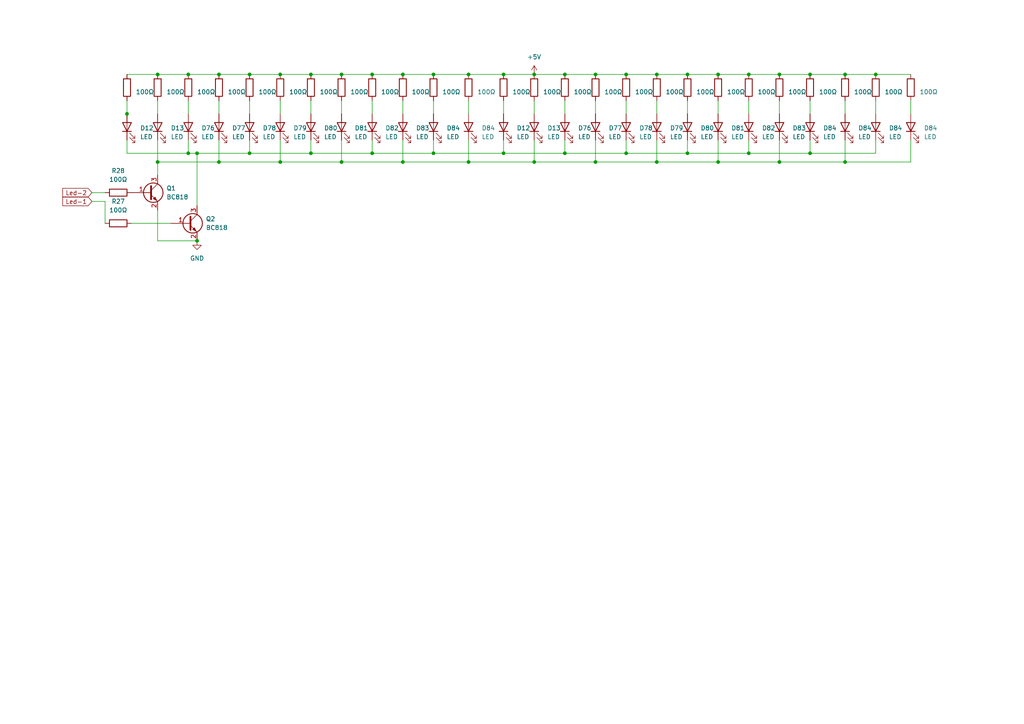
<source format=kicad_sch>
(kicad_sch (version 20230121) (generator eeschema)
  (paper "A4")
  (lib_symbols
    (symbol "Device:LED" (pin_numbers hide) (pin_names (offset 1.016) hide)
      (property "Reference" "D" (at 0 2.54 0))
      (property "Value" "LED" (at 0 -2.54 0))
      (symbol "LED_0_1"
        (polyline (pts (xy -1.27 -1.27) (xy -1.27 1.27)) (stroke (width 0.254)))
        (polyline (pts (xy -1.27 0) (xy 1.27 0)))
        (polyline (pts (xy 1.27 -1.27) (xy 1.27 1.27) (xy -1.27 0) (xy 1.27 -1.27)) (stroke (width 0.254)))
        (polyline (pts (xy -3.048 -0.762) (xy -4.572 -2.286) (xy -3.81 -2.286) (xy -4.572 -2.286) (xy -4.572 -1.524)))
        (polyline (pts (xy -1.778 -0.762) (xy -3.302 -2.286) (xy -2.54 -2.286) (xy -3.302 -2.286) (xy -3.302 -1.524)))
      )
      (symbol "LED_1_1"
        (pin passive line (at -3.81 0 0) (length 2.54) (name "K") (number "1"))
        (pin passive line (at 3.81 0 180) (length 2.54) (name "A") (number "2"))
      )
    )
    (symbol "Device:R" (pin_numbers hide) (pin_names (offset 0))
      (property "Reference" "R" (at 2.032 0 90))
      (property "Value" "R" (at 0 0 90))
      (symbol "R_0_1"
        (rectangle (start -1.016 -2.54) (end 1.016 2.54) (stroke (width 0.254)))
      )
      (symbol "R_1_1"
        (pin passive line (at 0 3.81 270) (length 1.27) (name "~") (number "1"))
        (pin passive line (at 0 -3.81 90) (length 1.27) (name "~") (number "2"))
      )
    )
    (symbol "Transistor_BJT:BC818" (pin_names (offset 0) hide)
      (property "Reference" "Q" (at 5.08 1.905 0))
      (property "Value" "BC818" (at 5.08 0 0))
      (symbol "BC818_0_1"
        (polyline (pts (xy 0.635 0.635) (xy 2.54 2.54)))
        (polyline (pts (xy 0.635 -0.635) (xy 2.54 -2.54) (xy 2.54 -2.54)))
        (polyline (pts (xy 0.635 1.905) (xy 0.635 -1.905) (xy 0.635 -1.905)) (stroke (width 0.508)))
        (polyline (pts (xy 1.27 -1.778) (xy 1.778 -1.27) (xy 2.286 -2.286) (xy 1.27 -1.778) (xy 1.27 -1.778)) (fill (type outline)))
        (circle (center 1.27 0) (radius 2.8194) (stroke (width 0.254)))
      )
      (symbol "BC818_1_1"
        (pin input line (at -5.08 0 0) (length 5.715) (name "B") (number "1"))
        (pin passive line (at 2.54 -5.08 90) (length 2.54) (name "E") (number "2"))
        (pin passive line (at 2.54 5.08 270) (length 2.54) (name "C") (number "3"))
      )
    )
    (symbol "power:+5V" (power) (pin_names (offset 0))
      (property "Value" "+5V" (at 0 3.556 0))
      (symbol "+5V_0_1"
        (polyline (pts (xy -0.762 1.27) (xy 0 2.54)))
        (polyline (pts (xy 0 0) (xy 0 2.54)))
        (polyline (pts (xy 0 2.54) (xy 0.762 1.27)))
      )
      (symbol "+5V_1_1"
        (pin power_in line (at 0 0 90) (length 0) hide (name "+5V") (number "1"))
      )
    )
    (symbol "power:GND" (power) (pin_names (offset 0))
      (property "Value" "GND" (at 0 -3.81 0))
      (symbol "GND_0_1"
        (polyline (pts (xy 0 0) (xy 0 -1.27) (xy 1.27 -1.27) (xy 0 -2.54) (xy -1.27 -1.27) (xy 0 -1.27)))
      )
      (symbol "GND_1_1"
        (pin power_in line (at 0 0 270) (length 0) hide (name "GND") (number "1"))
      )
    )
  )
  (junction (at 245.11 46.99))
  (junction (at 154.94 21.59))
  (junction (at 181.61 21.59))
  (junction (at 57.15 44.45))
  (junction (at 190.5 21.59))
  (junction (at 63.5 21.59))
  (junction (at 199.39 44.45))
  (junction (at 72.39 44.45))
  (junction (at 217.17 44.45))
  (junction (at 107.95 21.59))
  (junction (at 45.72 21.59))
  (junction (at 146.05 21.59))
  (junction (at 90.17 44.45))
  (junction (at 45.72 46.99))
  (junction (at 172.72 21.59))
  (junction (at 234.95 21.59))
  (junction (at 54.61 44.45))
  (junction (at 99.06 21.59))
  (junction (at 245.11 21.59))
  (junction (at 99.06 46.99))
  (junction (at 199.39 21.59))
  (junction (at 72.39 21.59))
  (junction (at 154.94 46.99))
  (junction (at 234.95 44.45))
  (junction (at 81.28 46.99))
  (junction (at 226.06 21.59))
  (junction (at 135.89 21.59))
  (junction (at 116.84 21.59))
  (junction (at 54.61 21.59))
  (junction (at 163.83 21.59))
  (junction (at 190.5 46.99))
  (junction (at 217.17 21.59))
  (junction (at 63.5 46.99))
  (junction (at 81.28 21.59))
  (junction (at 208.28 21.59))
  (junction (at 172.72 46.99))
  (junction (at 125.73 44.45))
  (junction (at 107.95 44.45))
  (junction (at 36.83 33.02))
  (junction (at 57.15 69.85))
  (junction (at 146.05 44.45))
  (junction (at 135.89 46.99))
  (junction (at 254 21.59))
  (junction (at 125.73 21.59))
  (junction (at 226.06 46.99))
  (junction (at 163.83 44.45))
  (junction (at 181.61 44.45))
  (junction (at 90.17 21.59))
  (junction (at 116.84 46.99))
  (junction (at 208.28 46.99))
  (wire (pts (xy 72.39 21.59) (xy 81.28 21.59)))
  (wire (pts (xy 45.72 21.59) (xy 54.61 21.59)))
  (wire (pts (xy 36.83 40.64) (xy 36.83 44.45)))
  (wire (pts (xy 217.17 29.21) (xy 217.17 33.02)))
  (wire (pts (xy 90.17 21.59) (xy 99.06 21.59)))
  (wire (pts (xy 154.94 40.64) (xy 154.94 46.99)))
  (wire (pts (xy 90.17 40.64) (xy 90.17 44.45)))
  (wire (pts (xy 226.06 29.21) (xy 226.06 33.02)))
  (wire (pts (xy 72.39 44.45) (xy 90.17 44.45)))
  (wire (pts (xy 45.72 46.99) (xy 63.5 46.99)))
  (wire (pts (xy 90.17 44.45) (xy 107.95 44.45)))
  (wire (pts (xy 146.05 44.45) (xy 163.83 44.45)))
  (wire (pts (xy 234.95 29.21) (xy 234.95 33.02)))
  (wire (pts (xy 163.83 21.59) (xy 172.72 21.59)))
  (wire (pts (xy 135.89 40.64) (xy 135.89 46.99)))
  (wire (pts (xy 72.39 29.21) (xy 72.39 33.02)))
  (wire (pts (xy 45.72 69.85) (xy 57.15 69.85)))
  (wire (pts (xy 190.5 40.64) (xy 190.5 46.99)))
  (wire (pts (xy 217.17 21.59) (xy 226.06 21.59)))
  (wire (pts (xy 135.89 29.21) (xy 135.89 33.02)))
  (wire (pts (xy 57.15 44.45) (xy 57.15 59.69)))
  (wire (pts (xy 99.06 40.64) (xy 99.06 46.99)))
  (wire (pts (xy 107.95 44.45) (xy 125.73 44.45)))
  (wire (pts (xy 181.61 40.64) (xy 181.61 44.45)))
  (wire (pts (xy 181.61 29.21) (xy 181.61 33.02)))
  (wire (pts (xy 107.95 40.64) (xy 107.95 44.45)))
  (wire (pts (xy 208.28 40.64) (xy 208.28 46.99)))
  (wire (pts (xy 125.73 40.64) (xy 125.73 44.45)))
  (wire (pts (xy 172.72 21.59) (xy 181.61 21.59)))
  (wire (pts (xy 163.83 44.45) (xy 181.61 44.45)))
  (wire (pts (xy 45.72 29.21) (xy 45.72 33.02)))
  (wire (pts (xy 245.11 29.21) (xy 245.11 33.02)))
  (wire (pts (xy 245.11 46.99) (xy 264.16 46.99)))
  (wire (pts (xy 116.84 21.59) (xy 125.73 21.59)))
  (wire (pts (xy 146.05 21.59) (xy 154.94 21.59)))
  (wire (pts (xy 190.5 21.59) (xy 199.39 21.59)))
  (wire (pts (xy 81.28 29.21) (xy 81.28 33.02)))
  (wire (pts (xy 154.94 29.21) (xy 154.94 33.02)))
  (wire (pts (xy 172.72 46.99) (xy 190.5 46.99)))
  (wire (pts (xy 226.06 40.64) (xy 226.06 46.99)))
  (wire (pts (xy 199.39 40.64) (xy 199.39 44.45)))
  (wire (pts (xy 81.28 40.64) (xy 81.28 46.99)))
  (wire (pts (xy 36.83 33.02) (xy 36.83 34.29)))
  (wire (pts (xy 217.17 40.64) (xy 217.17 44.45)))
  (wire (pts (xy 125.73 21.59) (xy 135.89 21.59)))
  (wire (pts (xy 135.89 21.59) (xy 146.05 21.59)))
  (wire (pts (xy 254 29.21) (xy 254 33.02)))
  (wire (pts (xy 45.72 60.96) (xy 45.72 69.85)))
  (wire (pts (xy 107.95 21.59) (xy 116.84 21.59)))
  (wire (pts (xy 63.5 46.99) (xy 81.28 46.99)))
  (wire (pts (xy 38.1 64.77) (xy 49.53 64.77)))
  (wire (pts (xy 234.95 21.59) (xy 245.11 21.59)))
  (wire (pts (xy 45.72 40.64) (xy 45.72 46.99)))
  (wire (pts (xy 208.28 21.59) (xy 217.17 21.59)))
  (wire (pts (xy 234.95 44.45) (xy 254 44.45)))
  (wire (pts (xy 146.05 29.21) (xy 146.05 33.02)))
  (wire (pts (xy 116.84 40.64) (xy 116.84 46.99)))
  (wire (pts (xy 245.11 21.59) (xy 254 21.59)))
  (wire (pts (xy 208.28 29.21) (xy 208.28 33.02)))
  (wire (pts (xy 90.17 29.21) (xy 90.17 33.02)))
  (wire (pts (xy 125.73 44.45) (xy 146.05 44.45)))
  (wire (pts (xy 254 21.59) (xy 264.16 21.59)))
  (wire (pts (xy 226.06 46.99) (xy 245.11 46.99)))
  (wire (pts (xy 234.95 44.45) (xy 234.95 40.64)))
  (wire (pts (xy 26.67 55.88) (xy 30.48 55.88)))
  (wire (pts (xy 99.06 21.59) (xy 107.95 21.59)))
  (wire (pts (xy 154.94 46.99) (xy 172.72 46.99)))
  (wire (pts (xy 63.5 29.21) (xy 63.5 33.02)))
  (wire (pts (xy 63.5 21.59) (xy 72.39 21.59)))
  (wire (pts (xy 217.17 44.45) (xy 234.95 44.45)))
  (wire (pts (xy 135.89 46.99) (xy 154.94 46.99)))
  (wire (pts (xy 125.73 29.21) (xy 125.73 33.02)))
  (wire (pts (xy 36.83 29.21) (xy 36.83 33.02)))
  (wire (pts (xy 54.61 40.64) (xy 54.61 44.45)))
  (wire (pts (xy 245.11 46.99) (xy 245.11 40.64)))
  (wire (pts (xy 81.28 21.59) (xy 90.17 21.59)))
  (wire (pts (xy 57.15 44.45) (xy 72.39 44.45)))
  (wire (pts (xy 45.72 46.99) (xy 45.72 50.8)))
  (wire (pts (xy 181.61 44.45) (xy 199.39 44.45)))
  (wire (pts (xy 99.06 29.21) (xy 99.06 33.02)))
  (wire (pts (xy 72.39 40.64) (xy 72.39 44.45)))
  (wire (pts (xy 30.48 58.42) (xy 30.48 64.77)))
  (wire (pts (xy 107.95 29.21) (xy 107.95 33.02)))
  (wire (pts (xy 172.72 29.21) (xy 172.72 33.02)))
  (wire (pts (xy 254 44.45) (xy 254 40.64)))
  (wire (pts (xy 172.72 40.64) (xy 172.72 46.99)))
  (wire (pts (xy 99.06 46.99) (xy 116.84 46.99)))
  (wire (pts (xy 190.5 46.99) (xy 208.28 46.99)))
  (wire (pts (xy 199.39 29.21) (xy 199.39 33.02)))
  (wire (pts (xy 154.94 21.59) (xy 163.83 21.59)))
  (wire (pts (xy 116.84 29.21) (xy 116.84 33.02)))
  (wire (pts (xy 181.61 21.59) (xy 190.5 21.59)))
  (wire (pts (xy 199.39 44.45) (xy 217.17 44.45)))
  (wire (pts (xy 208.28 46.99) (xy 226.06 46.99)))
  (wire (pts (xy 26.67 58.42) (xy 30.48 58.42)))
  (wire (pts (xy 146.05 40.64) (xy 146.05 44.45)))
  (wire (pts (xy 54.61 44.45) (xy 57.15 44.45)))
  (wire (pts (xy 116.84 46.99) (xy 135.89 46.99)))
  (wire (pts (xy 264.16 29.21) (xy 264.16 33.02)))
  (wire (pts (xy 163.83 29.21) (xy 163.83 33.02)))
  (wire (pts (xy 163.83 40.64) (xy 163.83 44.45)))
  (wire (pts (xy 264.16 46.99) (xy 264.16 40.64)))
  (wire (pts (xy 190.5 29.21) (xy 190.5 33.02)))
  (wire (pts (xy 36.83 21.59) (xy 45.72 21.59)))
  (wire (pts (xy 63.5 40.64) (xy 63.5 46.99)))
  (wire (pts (xy 81.28 46.99) (xy 99.06 46.99)))
  (wire (pts (xy 54.61 29.21) (xy 54.61 33.02)))
  (wire (pts (xy 36.83 44.45) (xy 54.61 44.45)))
  (wire (pts (xy 199.39 21.59) (xy 208.28 21.59)))
  (wire (pts (xy 226.06 21.59) (xy 234.95 21.59)))
  (wire (pts (xy 54.61 21.59) (xy 63.5 21.59)))
  (global_label "Led-2" (shape input) (at 26.67 55.88 180) (property "Intersheetrefs" "${INTERSHEET_REFS}" (effects hide)))
  (global_label "Led-1" (shape input) (at 26.67 58.42 180) (property "Intersheetrefs" "${INTERSHEET_REFS}" (effects hide)))
  (symbol (lib_id "Device:LED") (at 154.94 36.83 90) (unit 1)
    (property "Reference" "D13" (at 158.75 37.1475 90) (effects (justify right)))
    (property "Value" "LED" (at 158.75 39.6875 90) (effects (justify right)))
    (property "Footprint" "LED_SMD:LED_0603_1608Metric" (effects hide))
    (instances (project "Tree" (path "" (reference "D13") (unit 1)) (path "" (reference "D87") (unit 1))))
  )
  (symbol (lib_id "Device:R") (at 54.61 25.4 0) (unit 1)
    (property "Reference" "R5" (effects hide))
    (property "Value" "100Ω" (at 57.15 26.67 0) (effects (justify left)))
    (property "Footprint" "Resistor_SMD:R_0603_1608Metric" (effects hide))
  )
  (symbol (lib_id "Device:LED") (at 81.28 36.83 90) (unit 1)
    (property "Reference" "D79" (at 85.09 37.1475 90) (effects (justify right)))
    (property "Value" "LED" (at 85.09 39.6875 90) (effects (justify right)))
    (property "Footprint" "LED_SMD:LED_0603_1608Metric" (effects hide))
  )
  (symbol (lib_id "Device:R") (at 34.29 64.77 90) (unit 1)
    (property "Reference" "R27" (at 34.29 58.42 90))
    (property "Value" "100Ω" (at 34.29 60.96 90))
    (property "Footprint" "Resistor_SMD:R_0603_1608Metric" (effects hide))
  )
  (symbol (lib_id "Device:R") (at 146.05 25.4 0) (unit 1)
    (property "Reference" "R15" (effects hide))
    (property "Value" "100Ω" (at 148.59 26.67 0) (effects (justify left)))
    (property "Footprint" "Resistor_SMD:R_0603_1608Metric" (effects hide))
  )
  (symbol (lib_id "Device:R") (at 226.06 25.4 0) (unit 1)
    (property "Reference" "R24" (effects hide))
    (property "Value" "100Ω" (at 228.6 26.67 0) (effects (justify left)))
    (property "Footprint" "Resistor_SMD:R_0603_1608Metric" (effects hide))
  )
  (symbol (lib_id "Device:R") (at 208.28 25.4 0) (unit 1)
    (property "Reference" "R22" (effects hide))
    (property "Value" "100Ω" (at 210.82 26.67 0) (effects (justify left)))
    (property "Footprint" "Resistor_SMD:R_0603_1608Metric" (effects hide))
  )
  (symbol (lib_id "Device:R") (at 81.28 25.4 0) (unit 1)
    (property "Reference" "R8" (effects hide))
    (property "Value" "100Ω" (at 83.82 26.67 0) (effects (justify left)))
    (property "Footprint" "Resistor_SMD:R_0603_1608Metric" (effects hide))
  )
  (symbol (lib_id "Device:LED") (at 181.61 36.83 90) (unit 1)
    (property "Reference" "D78" (at 185.42 37.1475 90) (effects (justify right)))
    (property "Value" "LED" (at 185.42 39.6875 90) (effects (justify right)))
    (property "Footprint" "LED_SMD:LED_0603_1608Metric" (effects hide))
    (instances (project "Tree" (path "" (reference "D78") (unit 1)) (path "" (reference "D90") (unit 1))))
  )
  (symbol (lib_id "Device:R") (at 63.5 25.4 0) (unit 1)
    (property "Reference" "R6" (effects hide))
    (property "Value" "100Ω" (at 66.04 26.67 0) (effects (justify left)))
    (property "Footprint" "Resistor_SMD:R_0603_1608Metric" (effects hide))
  )
  (symbol (lib_id "Device:LED") (at 146.05 36.83 90) (unit 1)
    (property "Reference" "D12" (at 149.86 37.1475 90) (effects (justify right)))
    (property "Value" "LED" (at 149.86 39.6875 90) (effects (justify right)))
    (property "Footprint" "LED_SMD:LED_0603_1608Metric" (effects hide))
    (instances (project "Tree" (path "" (reference "D12") (unit 1)) (path "" (reference "D86") (unit 1))))
  )
  (symbol (lib_id "Device:LED") (at 245.11 36.83 90) (unit 1)
    (property "Reference" "D84" (at 248.92 37.1475 90) (effects (justify right)))
    (property "Value" "LED" (at 248.92 39.6875 90) (effects (justify right)))
    (property "Footprint" "LED_SMD:LED_0603_1608Metric" (effects hide))
    (instances (project "Tree" (path "" (reference "D84") (unit 1)) (path "" (reference "D97") (unit 1))))
  )
  (symbol (lib_id "Device:R") (at 163.83 25.4 0) (unit 1)
    (property "Reference" "R17" (effects hide))
    (property "Value" "100Ω" (at 166.37 26.67 0) (effects (justify left)))
    (property "Footprint" "Resistor_SMD:R_0603_1608Metric" (effects hide))
  )
  (symbol (lib_id "Device:LED") (at 135.89 36.83 90) (unit 1)
    (property "Reference" "D84" (at 139.7 37.1475 90) (effects (justify right)))
    (property "Value" "LED" (at 139.7 39.6875 90) (effects (justify right)))
    (property "Footprint" "LED_SMD:LED_0603_1608Metric" (effects hide))
    (instances (project "Tree" (path "" (reference "D84") (unit 1)) (path "" (reference "D85") (unit 1))))
  )
  (symbol (lib_id "Device:LED") (at 116.84 36.83 90) (unit 1)
    (property "Reference" "D83" (at 120.65 37.1475 90) (effects (justify right)))
    (property "Value" "LED" (at 120.65 39.6875 90) (effects (justify right)))
    (property "Footprint" "LED_SMD:LED_0603_1608Metric" (effects hide))
  )
  (symbol (lib_id "Device:R") (at 172.72 25.4 0) (unit 1)
    (property "Reference" "R18" (effects hide))
    (property "Value" "100Ω" (at 175.26 26.67 0) (effects (justify left)))
    (property "Footprint" "Resistor_SMD:R_0603_1608Metric" (effects hide))
  )
  (symbol (lib_id "Device:LED") (at 264.16 36.83 90) (unit 1)
    (property "Reference" "D84" (at 267.97 37.1475 90) (effects (justify right)))
    (property "Value" "LED" (at 267.97 39.6875 90) (effects (justify right)))
    (property "Footprint" "LED_SMD:LED_0603_1608Metric" (effects hide))
    (instances (project "Tree" (path "" (reference "D84") (unit 1)) (path "" (reference "D99") (unit 1))))
  )
  (symbol (lib_id "Device:R") (at 254 25.4 0) (unit 1)
    (property "Reference" "R29" (effects hide))
    (property "Value" "100Ω" (at 256.54 26.67 0) (effects (justify left)))
    (property "Footprint" "Resistor_SMD:R_0603_1608Metric" (effects hide))
  )
  (symbol (lib_id "Device:R") (at 99.06 25.4 0) (unit 1)
    (property "Reference" "R10" (effects hide))
    (property "Value" "100Ω" (at 101.6 26.67 0) (effects (justify left)))
    (property "Footprint" "Resistor_SMD:R_0603_1608Metric" (effects hide))
  )
  (symbol (lib_id "power:GND") (at 57.15 69.85 0) (unit 1)
    (property "Reference" "#PWR0153" (effects hide))
    (property "Value" "GND" (at 57.15 74.93 0))
  )
  (symbol (lib_id "Device:LED") (at 45.72 36.83 90) (unit 1)
    (property "Reference" "D13" (at 49.53 37.1475 90) (effects (justify right)))
    (property "Value" "LED" (at 49.53 39.6875 90) (effects (justify right)))
    (property "Footprint" "LED_SMD:LED_0603_1608Metric" (effects hide))
  )
  (symbol (lib_id "power:+5V") (at 154.94 21.59 0) (unit 1)
    (property "Reference" "#PWR0152" (effects hide))
    (property "Value" "+5V" (at 154.94 16.51 0))
  )
  (symbol (lib_id "Device:R") (at 34.29 55.88 90) (unit 1)
    (property "Reference" "R28" (at 34.29 49.53 90))
    (property "Value" "100Ω" (at 34.29 52.07 90))
    (property "Footprint" "Resistor_SMD:R_0603_1608Metric" (effects hide))
  )
  (symbol (lib_id "Device:R") (at 154.94 25.4 0) (unit 1)
    (property "Reference" "R16" (effects hide))
    (property "Value" "100Ω" (at 157.48 26.67 0) (effects (justify left)))
    (property "Footprint" "Resistor_SMD:R_0603_1608Metric" (effects hide))
  )
  (symbol (lib_id "Transistor_BJT:BC818") (at 43.18 55.88 0) (unit 1)
    (property "Reference" "Q1" (at 48.26 54.61 0) (effects (justify left)))
    (property "Value" "BC818" (at 48.26 57.15 0) (effects (justify left)))
    (property "Footprint" "Package_TO_SOT_SMD:SOT-23" (effects hide))
    (property "Datasheet" "https://www.onsemi.com/pub/Collateral/BC818-D.pdf" (effects hide))
  )
  (symbol (lib_id "Device:LED") (at 36.83 36.83 90) (unit 1)
    (property "Reference" "D12" (at 40.64 37.1475 90) (effects (justify right)))
    (property "Value" "LED" (at 40.64 39.6875 90) (effects (justify right)))
    (property "Footprint" "LED_SMD:LED_0603_1608Metric" (effects hide))
  )
  (symbol (lib_id "Device:R") (at 72.39 25.4 0) (unit 1)
    (property "Reference" "R7" (effects hide))
    (property "Value" "100Ω" (at 74.93 26.67 0) (effects (justify left)))
    (property "Footprint" "Resistor_SMD:R_0603_1608Metric" (effects hide))
  )
  (symbol (lib_id "Device:R") (at 107.95 25.4 0) (unit 1)
    (property "Reference" "R11" (effects hide))
    (property "Value" "100Ω" (at 110.49 26.67 0) (effects (justify left)))
    (property "Footprint" "Resistor_SMD:R_0603_1608Metric" (effects hide))
  )
  (symbol (lib_id "Device:R") (at 125.73 25.4 0) (unit 1)
    (property "Reference" "R13" (effects hide))
    (property "Value" "100Ω" (at 128.27 26.67 0) (effects (justify left)))
    (property "Footprint" "Resistor_SMD:R_0603_1608Metric" (effects hide))
  )
  (symbol (lib_id "Device:LED") (at 54.61 36.83 90) (unit 1)
    (property "Reference" "D76" (at 58.42 37.1475 90) (effects (justify right)))
    (property "Value" "LED" (at 58.42 39.6875 90) (effects (justify right)))
    (property "Footprint" "LED_SMD:LED_0603_1608Metric" (effects hide))
  )
  (symbol (lib_id "Device:LED") (at 226.06 36.83 90) (unit 1)
    (property "Reference" "D83" (at 229.87 37.1475 90) (effects (justify right)))
    (property "Value" "LED" (at 229.87 39.6875 90) (effects (justify right)))
    (property "Footprint" "LED_SMD:LED_0603_1608Metric" (effects hide))
    (instances (project "Tree" (path "" (reference "D83") (unit 1)) (path "" (reference "D95") (unit 1))))
  )
  (symbol (lib_id "Device:LED") (at 208.28 36.83 90) (unit 1)
    (property "Reference" "D81" (at 212.09 37.1475 90) (effects (justify right)))
    (property "Value" "LED" (at 212.09 39.6875 90) (effects (justify right)))
    (property "Footprint" "LED_SMD:LED_0603_1608Metric" (effects hide))
    (instances (project "Tree" (path "" (reference "D81") (unit 1)) (path "" (reference "D93") (unit 1))))
  )
  (symbol (lib_id "Device:LED") (at 199.39 36.83 90) (unit 1)
    (property "Reference" "D80" (at 203.2 37.1475 90) (effects (justify right)))
    (property "Value" "LED" (at 203.2 39.6875 90) (effects (justify right)))
    (property "Footprint" "LED_SMD:LED_0603_1608Metric" (effects hide))
    (instances (project "Tree" (path "" (reference "D80") (unit 1)) (path "" (reference "D92") (unit 1))))
  )
  (symbol (lib_id "Device:LED") (at 107.95 36.83 90) (unit 1)
    (property "Reference" "D82" (at 111.76 37.1475 90) (effects (justify right)))
    (property "Value" "LED" (at 111.76 39.6875 90) (effects (justify right)))
    (property "Footprint" "LED_SMD:LED_0603_1608Metric" (effects hide))
  )
  (symbol (lib_id "Device:LED") (at 217.17 36.83 90) (unit 1)
    (property "Reference" "D82" (at 220.98 37.1475 90) (effects (justify right)))
    (property "Value" "LED" (at 220.98 39.6875 90) (effects (justify right)))
    (property "Footprint" "LED_SMD:LED_0603_1608Metric" (effects hide))
    (instances (project "Tree" (path "" (reference "D82") (unit 1)) (path "" (reference "D94") (unit 1))))
  )
  (symbol (lib_id "Device:LED") (at 234.95 36.83 90) (unit 1)
    (property "Reference" "D84" (at 238.76 37.1475 90) (effects (justify right)))
    (property "Value" "LED" (at 238.76 39.6875 90) (effects (justify right)))
    (property "Footprint" "LED_SMD:LED_0603_1608Metric" (effects hide))
    (instances (project "Tree" (path "" (reference "D84") (unit 1)) (path "" (reference "D96") (unit 1))))
  )
  (symbol (lib_id "Device:R") (at 135.89 25.4 0) (unit 1)
    (property "Reference" "R14" (effects hide))
    (property "Value" "100Ω" (at 138.43 26.67 0) (effects (justify left)))
    (property "Footprint" "Resistor_SMD:R_0603_1608Metric" (effects hide))
  )
  (symbol (lib_id "Transistor_BJT:BC818") (at 54.61 64.77 0) (unit 1)
    (property "Reference" "Q2" (at 59.69 63.5 0) (effects (justify left)))
    (property "Value" "BC818" (at 59.69 66.04 0) (effects (justify left)))
    (property "Footprint" "Package_TO_SOT_SMD:SOT-23" (effects hide))
    (property "Datasheet" "https://www.onsemi.com/pub/Collateral/BC818-D.pdf" (effects hide))
  )
  (symbol (lib_id "Device:R") (at 217.17 25.4 0) (unit 1)
    (property "Reference" "R23" (effects hide))
    (property "Value" "100Ω" (at 219.71 26.67 0) (effects (justify left)))
    (property "Footprint" "Resistor_SMD:R_0603_1608Metric" (effects hide))
  )
  (symbol (lib_id "Device:LED") (at 163.83 36.83 90) (unit 1)
    (property "Reference" "D76" (at 167.64 37.1475 90) (effects (justify right)))
    (property "Value" "LED" (at 167.64 39.6875 90) (effects (justify right)))
    (property "Footprint" "LED_SMD:LED_0603_1608Metric" (effects hide))
    (instances (project "Tree" (path "" (reference "D76") (unit 1)) (path "" (reference "D88") (unit 1))))
  )
  (symbol (lib_id "Device:LED") (at 125.73 36.83 90) (unit 1)
    (property "Reference" "D84" (at 129.54 37.1475 90) (effects (justify right)))
    (property "Value" "LED" (at 129.54 39.6875 90) (effects (justify right)))
    (property "Footprint" "LED_SMD:LED_0603_1608Metric" (effects hide))
  )
  (symbol (lib_id "Device:LED") (at 72.39 36.83 90) (unit 1)
    (property "Reference" "D78" (at 76.2 37.1475 90) (effects (justify right)))
    (property "Value" "LED" (at 76.2 39.6875 90) (effects (justify right)))
    (property "Footprint" "LED_SMD:LED_0603_1608Metric" (effects hide))
  )
  (symbol (lib_id "Device:R") (at 45.72 25.4 0) (unit 1)
    (property "Reference" "R4" (effects hide))
    (property "Value" "100Ω" (at 48.26 26.67 0) (effects (justify left)))
    (property "Footprint" "Resistor_SMD:R_0603_1608Metric" (effects hide))
  )
  (symbol (lib_id "Device:R") (at 190.5 25.4 0) (unit 1)
    (property "Reference" "R20" (effects hide))
    (property "Value" "100Ω" (at 193.04 26.67 0) (effects (justify left)))
    (property "Footprint" "Resistor_SMD:R_0603_1608Metric" (effects hide))
  )
  (symbol (lib_id "Device:R") (at 116.84 25.4 0) (unit 1)
    (property "Reference" "R12" (effects hide))
    (property "Value" "100Ω" (at 119.38 26.67 0) (effects (justify left)))
    (property "Footprint" "Resistor_SMD:R_0603_1608Metric" (effects hide))
  )
  (symbol (lib_id "Device:LED") (at 254 36.83 90) (unit 1)
    (property "Reference" "D84" (at 257.81 37.1475 90) (effects (justify right)))
    (property "Value" "LED" (at 257.81 39.6875 90) (effects (justify right)))
    (property "Footprint" "LED_SMD:LED_0603_1608Metric" (effects hide))
    (instances (project "Tree" (path "" (reference "D84") (unit 1)) (path "" (reference "D98") (unit 1))))
  )
  (symbol (lib_id "Device:R") (at 264.16 25.4 0) (unit 1)
    (property "Reference" "R30" (effects hide))
    (property "Value" "100Ω" (at 266.7 26.67 0) (effects (justify left)))
    (property "Footprint" "Resistor_SMD:R_0603_1608Metric" (effects hide))
  )
  (symbol (lib_id "Device:LED") (at 99.06 36.83 90) (unit 1)
    (property "Reference" "D81" (at 102.87 37.1475 90) (effects (justify right)))
    (property "Value" "LED" (at 102.87 39.6875 90) (effects (justify right)))
    (property "Footprint" "LED_SMD:LED_0603_1608Metric" (effects hide))
  )
  (symbol (lib_id "Device:LED") (at 63.5 36.83 90) (unit 1)
    (property "Reference" "D77" (at 67.31 37.1475 90) (effects (justify right)))
    (property "Value" "LED" (at 67.31 39.6875 90) (effects (justify right)))
    (property "Footprint" "LED_SMD:LED_0603_1608Metric" (effects hide))
  )
  (symbol (lib_id "Device:R") (at 181.61 25.4 0) (unit 1)
    (property "Reference" "R19" (effects hide))
    (property "Value" "100Ω" (at 184.15 26.67 0) (effects (justify left)))
    (property "Footprint" "Resistor_SMD:R_0603_1608Metric" (effects hide))
  )
  (symbol (lib_id "Device:R") (at 36.83 25.4 0) (unit 1)
    (property "Reference" "R3" (effects hide))
    (property "Value" "100Ω" (at 39.37 26.67 0) (effects (justify left)))
    (property "Footprint" "Resistor_SMD:R_0603_1608Metric" (effects hide))
  )
  (symbol (lib_id "Device:LED") (at 172.72 36.83 90) (unit 1)
    (property "Reference" "D77" (at 176.53 37.1475 90) (effects (justify right)))
    (property "Value" "LED" (at 176.53 39.6875 90) (effects (justify right)))
    (property "Footprint" "LED_SMD:LED_0603_1608Metric" (effects hide))
    (instances (project "Tree" (path "" (reference "D77") (unit 1)) (path "" (reference "D89") (unit 1))))
  )
  (symbol (lib_id "Device:LED") (at 90.17 36.83 90) (unit 1)
    (property "Reference" "D80" (at 93.98 37.1475 90) (effects (justify right)))
    (property "Value" "LED" (at 93.98 39.6875 90) (effects (justify right)))
    (property "Footprint" "LED_SMD:LED_0603_1608Metric" (effects hide))
  )
  (symbol (lib_id "Device:LED") (at 190.5 36.83 90) (unit 1)
    (property "Reference" "D79" (at 194.31 37.1475 90) (effects (justify right)))
    (property "Value" "LED" (at 194.31 39.6875 90) (effects (justify right)))
    (property "Footprint" "LED_SMD:LED_0603_1608Metric" (effects hide))
    (instances (project "Tree" (path "" (reference "D79") (unit 1)) (path "" (reference "D91") (unit 1))))
  )
  (symbol (lib_id "Device:R") (at 199.39 25.4 0) (unit 1)
    (property "Reference" "R21" (effects hide))
    (property "Value" "100Ω" (at 201.93 26.67 0) (effects (justify left)))
    (property "Footprint" "Resistor_SMD:R_0603_1608Metric" (effects hide))
  )
  (symbol (lib_id "Device:R") (at 245.11 25.4 0) (unit 1)
    (property "Reference" "R26" (effects hide))
    (property "Value" "100Ω" (at 247.65 26.67 0) (effects (justify left)))
    (property "Footprint" "Resistor_SMD:R_0603_1608Metric" (effects hide))
  )
  (symbol (lib_id "Device:R") (at 90.17 25.4 0) (unit 1)
    (property "Reference" "R9" (effects hide))
    (property "Value" "100Ω" (at 92.71 26.67 0) (effects (justify left)))
    (property "Footprint" "Resistor_SMD:R_0603_1608Metric" (effects hide))
  )
  (symbol (lib_id "Device:R") (at 234.95 25.4 0) (unit 1)
    (property "Reference" "R25" (effects hide))
    (property "Value" "100Ω" (at 237.49 26.67 0) (effects (justify left)))
    (property "Footprint" "Resistor_SMD:R_0603_1608Metric" (effects hide))
  )
)
</source>
